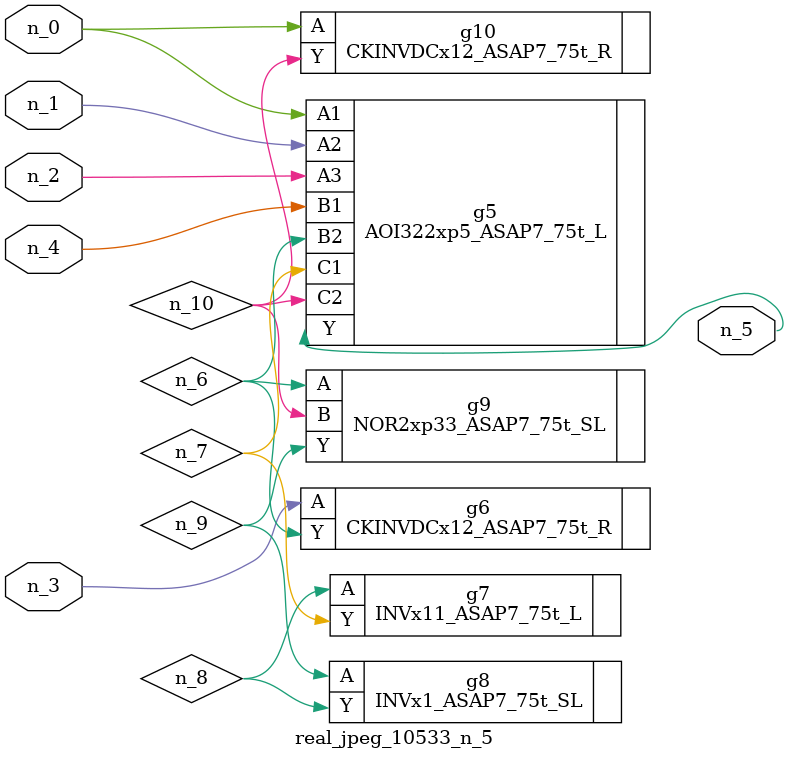
<source format=v>
module real_jpeg_10533_n_5 (n_4, n_0, n_1, n_2, n_3, n_5);

input n_4;
input n_0;
input n_1;
input n_2;
input n_3;

output n_5;

wire n_8;
wire n_6;
wire n_7;
wire n_10;
wire n_9;

AOI322xp5_ASAP7_75t_L g5 ( 
.A1(n_0),
.A2(n_1),
.A3(n_2),
.B1(n_4),
.B2(n_6),
.C1(n_7),
.C2(n_10),
.Y(n_5)
);

CKINVDCx12_ASAP7_75t_R g10 ( 
.A(n_0),
.Y(n_10)
);

CKINVDCx12_ASAP7_75t_R g6 ( 
.A(n_3),
.Y(n_6)
);

NOR2xp33_ASAP7_75t_SL g9 ( 
.A(n_6),
.B(n_10),
.Y(n_9)
);

INVx11_ASAP7_75t_L g7 ( 
.A(n_8),
.Y(n_7)
);

INVx1_ASAP7_75t_SL g8 ( 
.A(n_9),
.Y(n_8)
);


endmodule
</source>
